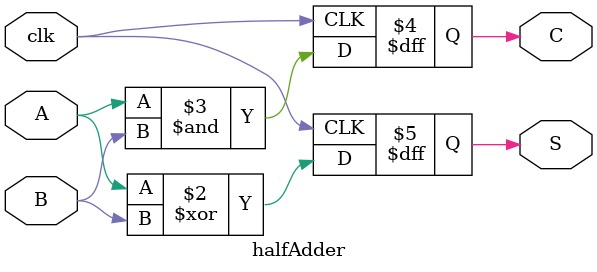
<source format=sv>
module halfAdder
(
    input   logic   clk,
    input   logic   A,
    input   logic   B,
    output  logic   S,
    output  logic   C
);

    always_ff @(posedge clk)
    begin
        S <= A ^ B;
        C <= A & B;
    end

endmodule : halfAdder
</source>
